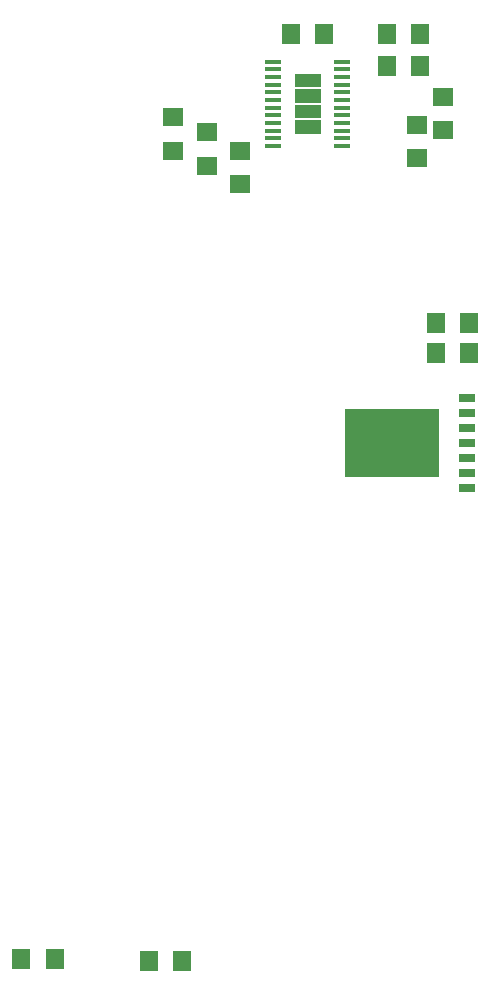
<source format=gbr>
G04 EAGLE Gerber RS-274X export*
G75*
%MOMM*%
%FSLAX34Y34*%
%LPD*%
%INSolderpaste Top*%
%IPPOS*%
%AMOC8*
5,1,8,0,0,1.08239X$1,22.5*%
G01*
%ADD10R,1.600000X1.800000*%
%ADD11R,1.800000X1.600000*%
%ADD12R,1.803000X1.600000*%
%ADD13R,1.473200X0.355600*%
%ADD14R,1.400000X0.800000*%
%ADD15R,8.000000X5.800000*%
%ADD16R,1.600000X1.803000*%

G36*
X396830Y837995D02*
X396830Y837995D01*
X396832Y837994D01*
X396875Y838014D01*
X396918Y838033D01*
X396919Y838035D01*
X396921Y838036D01*
X396954Y838121D01*
X396954Y849329D01*
X396953Y849331D01*
X396954Y849333D01*
X396934Y849376D01*
X396915Y849419D01*
X396913Y849420D01*
X396912Y849422D01*
X396828Y849455D01*
X374698Y849455D01*
X374696Y849454D01*
X374693Y849455D01*
X374650Y849435D01*
X374607Y849416D01*
X374606Y849414D01*
X374604Y849413D01*
X374571Y849329D01*
X374571Y838121D01*
X374572Y838119D01*
X374571Y838116D01*
X374591Y838073D01*
X374610Y838030D01*
X374612Y838029D01*
X374613Y838027D01*
X374698Y837994D01*
X396828Y837994D01*
X396830Y837995D01*
G37*
G36*
X396830Y824787D02*
X396830Y824787D01*
X396832Y824786D01*
X396875Y824806D01*
X396918Y824825D01*
X396919Y824827D01*
X396921Y824828D01*
X396954Y824913D01*
X396954Y836121D01*
X396953Y836123D01*
X396954Y836125D01*
X396934Y836168D01*
X396915Y836211D01*
X396913Y836212D01*
X396912Y836214D01*
X396828Y836247D01*
X374698Y836247D01*
X374696Y836246D01*
X374693Y836247D01*
X374650Y836227D01*
X374607Y836208D01*
X374606Y836206D01*
X374604Y836205D01*
X374571Y836121D01*
X374571Y824913D01*
X374572Y824911D01*
X374571Y824908D01*
X374591Y824865D01*
X374610Y824822D01*
X374612Y824821D01*
X374613Y824819D01*
X374698Y824786D01*
X396828Y824786D01*
X396830Y824787D01*
G37*
G36*
X396830Y811579D02*
X396830Y811579D01*
X396832Y811578D01*
X396875Y811598D01*
X396918Y811617D01*
X396919Y811619D01*
X396921Y811620D01*
X396954Y811705D01*
X396954Y822913D01*
X396953Y822915D01*
X396954Y822917D01*
X396934Y822960D01*
X396915Y823003D01*
X396913Y823004D01*
X396912Y823006D01*
X396828Y823039D01*
X374698Y823039D01*
X374696Y823038D01*
X374693Y823039D01*
X374650Y823019D01*
X374607Y823000D01*
X374606Y822998D01*
X374604Y822997D01*
X374571Y822913D01*
X374571Y811705D01*
X374572Y811703D01*
X374571Y811700D01*
X374591Y811657D01*
X374610Y811614D01*
X374612Y811613D01*
X374613Y811611D01*
X374698Y811578D01*
X396828Y811578D01*
X396830Y811579D01*
G37*
G36*
X396830Y798371D02*
X396830Y798371D01*
X396832Y798370D01*
X396875Y798390D01*
X396918Y798409D01*
X396919Y798411D01*
X396921Y798412D01*
X396954Y798497D01*
X396954Y809705D01*
X396953Y809707D01*
X396954Y809709D01*
X396934Y809752D01*
X396915Y809795D01*
X396913Y809796D01*
X396912Y809798D01*
X396828Y809831D01*
X374698Y809831D01*
X374696Y809830D01*
X374693Y809831D01*
X374650Y809811D01*
X374607Y809792D01*
X374606Y809790D01*
X374604Y809789D01*
X374571Y809705D01*
X374571Y798497D01*
X374572Y798495D01*
X374571Y798492D01*
X374591Y798449D01*
X374610Y798406D01*
X374612Y798405D01*
X374613Y798403D01*
X374698Y798370D01*
X396828Y798370D01*
X396830Y798371D01*
G37*
D10*
X452725Y882650D03*
X480725Y882650D03*
X480725Y855663D03*
X452725Y855663D03*
X371763Y882650D03*
X399763Y882650D03*
D11*
X477838Y778163D03*
X477838Y806163D03*
X500063Y829975D03*
X500063Y801975D03*
D12*
X300038Y800033D03*
X300038Y771593D03*
X328613Y784158D03*
X328613Y755718D03*
X271463Y812733D03*
X271463Y784293D03*
D13*
X356553Y859663D03*
X356553Y853163D03*
X356553Y846663D03*
X356553Y840163D03*
X356553Y833663D03*
X356553Y827163D03*
X356553Y820663D03*
X356553Y814163D03*
X356553Y807663D03*
X356553Y801163D03*
X356553Y794663D03*
X356553Y788163D03*
X414973Y788163D03*
X414973Y794663D03*
X414973Y801163D03*
X414973Y807663D03*
X414973Y814163D03*
X414973Y820663D03*
X414973Y827162D03*
X414973Y833663D03*
X414973Y840162D03*
X414973Y846663D03*
X414973Y853162D03*
X414973Y859663D03*
D14*
X520700Y498475D03*
X520700Y511175D03*
X520700Y523875D03*
X520700Y536575D03*
X520700Y549275D03*
X520700Y561975D03*
X520700Y574675D03*
D15*
X457200Y536575D03*
D16*
X171383Y100013D03*
X142943Y100013D03*
X279333Y98425D03*
X250893Y98425D03*
D10*
X522000Y638175D03*
X494000Y638175D03*
X522000Y612775D03*
X494000Y612775D03*
M02*

</source>
